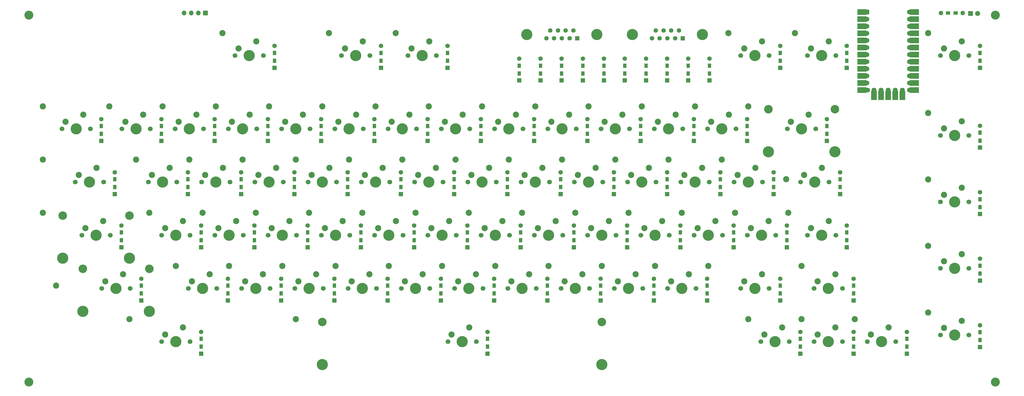
<source format=gbr>
G04 #@! TF.GenerationSoftware,KiCad,Pcbnew,6.0.9-8da3e8f707~117~ubuntu22.04.1*
G04 #@! TF.CreationDate,2022-12-17T12:05:47-05:00*
G04 #@! TF.ProjectId,atari-keyboard,61746172-692d-46b6-9579-626f6172642e,rev?*
G04 #@! TF.SameCoordinates,Original*
G04 #@! TF.FileFunction,Soldermask,Top*
G04 #@! TF.FilePolarity,Negative*
%FSLAX46Y46*%
G04 Gerber Fmt 4.6, Leading zero omitted, Abs format (unit mm)*
G04 Created by KiCad (PCBNEW 6.0.9-8da3e8f707~117~ubuntu22.04.1) date 2022-12-17 12:05:47*
%MOMM*%
%LPD*%
G01*
G04 APERTURE LIST*
%ADD10R,1.600000X1.600000*%
%ADD11R,1.200000X1.600000*%
%ADD12C,1.600000*%
%ADD13C,2.200000*%
%ADD14C,4.000000*%
%ADD15C,1.700000*%
%ADD16R,1.700000X1.700000*%
%ADD17O,1.700000X1.700000*%
%ADD18C,3.050000*%
%ADD19R,1.800000X1.800000*%
%ADD20C,1.800000*%
%ADD21C,3.200000*%
%ADD22R,1.752600X1.752600*%
%ADD23R,3.250000X2.000000*%
%ADD24C,1.752600*%
%ADD25R,2.000000X3.250000*%
%ADD26R,1.500000X1.200000*%
G04 APERTURE END LIST*
D10*
X172275000Y-272895000D03*
D11*
X172275000Y-270395000D03*
X172275000Y-267595000D03*
D12*
X172275000Y-265095000D03*
D10*
X110362500Y-215745000D03*
D11*
X110362500Y-213245000D03*
X110362500Y-210445000D03*
D12*
X110362500Y-207945000D03*
D10*
X219900000Y-253845000D03*
D11*
X219900000Y-251345000D03*
D12*
X219900000Y-246045000D03*
D11*
X219900000Y-248545000D03*
D13*
X163235000Y-241480000D03*
D14*
X327541300Y-249505000D03*
D15*
X332621300Y-249505000D03*
X322461300Y-249505000D03*
D13*
X330081300Y-244425000D03*
X323731300Y-246965000D03*
X87035000Y-241480000D03*
D11*
X281812500Y-213245000D03*
D10*
X281812500Y-215745000D03*
D11*
X281812500Y-210445000D03*
D12*
X281812500Y-207945000D03*
D11*
X105600000Y-289445000D03*
D10*
X105600000Y-291945000D03*
D11*
X105600000Y-286645000D03*
D12*
X105600000Y-284145000D03*
D15*
X335002500Y-268555000D03*
X324842500Y-268555000D03*
D14*
X329922500Y-268555000D03*
D13*
X332462500Y-263475000D03*
X326112500Y-266015000D03*
D10*
X272287500Y-234795000D03*
D11*
X272287500Y-232295000D03*
X272287500Y-229495000D03*
D12*
X272287500Y-226995000D03*
D11*
X338962500Y-270395000D03*
D10*
X338962500Y-272895000D03*
D11*
X338962500Y-267595000D03*
D12*
X338962500Y-265095000D03*
D11*
X384206300Y-263251200D03*
D10*
X384206300Y-265751200D03*
D11*
X384206300Y-260451200D03*
D12*
X384206300Y-257951200D03*
D13*
X253722500Y-222430000D03*
D15*
X120690000Y-249505000D03*
D14*
X115610000Y-249505000D03*
D15*
X110530000Y-249505000D03*
D13*
X118150000Y-244425000D03*
X111800000Y-246965000D03*
X301347500Y-203380000D03*
X277535000Y-241480000D03*
D15*
X239117500Y-230455000D03*
X249277500Y-230455000D03*
D14*
X244197500Y-230455000D03*
D13*
X246737500Y-225375000D03*
X240387500Y-227915000D03*
X268010000Y-260530000D03*
X101322500Y-222430000D03*
D10*
X224662500Y-215745000D03*
D11*
X224662500Y-213245000D03*
D12*
X224662500Y-207945000D03*
D11*
X224662500Y-210445000D03*
D13*
X365641300Y-253386200D03*
D11*
X177037500Y-232295000D03*
D10*
X177037500Y-234795000D03*
D12*
X177037500Y-226995000D03*
D11*
X177037500Y-229495000D03*
D13*
X291822500Y-222430000D03*
D16*
X107076000Y-169946000D03*
D17*
X104536000Y-169946000D03*
X101996000Y-169946000D03*
X99456000Y-169946000D03*
D11*
X243712500Y-213245000D03*
D10*
X243712500Y-215745000D03*
D12*
X243712500Y-207945000D03*
D11*
X243712500Y-210445000D03*
D15*
X148630000Y-249505000D03*
D14*
X153710000Y-249505000D03*
D15*
X158790000Y-249505000D03*
D13*
X156250000Y-244425000D03*
X149900000Y-246965000D03*
D14*
X134660000Y-249505000D03*
D15*
X139740000Y-249505000D03*
X129580000Y-249505000D03*
D13*
X137200000Y-244425000D03*
X130850000Y-246965000D03*
D15*
X186730000Y-249505000D03*
X196890000Y-249505000D03*
D14*
X191810000Y-249505000D03*
D13*
X194350000Y-244425000D03*
X188000000Y-246965000D03*
X314872500Y-229430000D03*
D10*
X384206300Y-189551200D03*
D11*
X384206300Y-187051200D03*
X384206300Y-184251200D03*
D12*
X384206300Y-181751200D03*
D13*
X315635000Y-241480000D03*
X206097500Y-203380000D03*
X365641300Y-177186200D03*
X106085000Y-241480000D03*
D10*
X234187500Y-234795000D03*
D11*
X234187500Y-232295000D03*
D12*
X234187500Y-226995000D03*
D11*
X234187500Y-229495000D03*
D15*
X380246300Y-285223700D03*
D14*
X375166300Y-285223700D03*
D15*
X370086300Y-285223700D03*
D13*
X377706300Y-280143700D03*
X371356300Y-282683700D03*
X287060000Y-260530000D03*
D15*
X158155000Y-268555000D03*
D14*
X163235000Y-268555000D03*
D15*
X168315000Y-268555000D03*
D13*
X165775000Y-263475000D03*
X159425000Y-266015000D03*
D15*
X193873800Y-287605000D03*
X204033800Y-287605000D03*
D14*
X148953800Y-295845000D03*
X198953800Y-287605000D03*
D18*
X148953800Y-280605000D03*
X248953800Y-280605000D03*
D14*
X248953800Y-295845000D03*
D13*
X201493800Y-282525000D03*
X195143800Y-285065000D03*
X210860000Y-260530000D03*
X301347500Y-279580000D03*
X115610000Y-260530000D03*
X248960000Y-260530000D03*
D11*
X300862500Y-213245000D03*
D10*
X300862500Y-215745000D03*
D11*
X300862500Y-210445000D03*
D12*
X300862500Y-207945000D03*
D11*
X384206300Y-239438700D03*
D10*
X384206300Y-241938700D03*
D11*
X384206300Y-236638700D03*
D12*
X384206300Y-234138700D03*
D11*
X138937500Y-232295000D03*
D10*
X138937500Y-234795000D03*
D11*
X138937500Y-229495000D03*
D12*
X138937500Y-226995000D03*
D14*
X259866000Y-177616300D03*
X284866000Y-177616300D03*
D10*
X277906000Y-179036300D03*
D12*
X275136000Y-179036300D03*
X272366000Y-179036300D03*
X269596000Y-179036300D03*
X266826000Y-179036300D03*
X276521000Y-176196300D03*
X273751000Y-176196300D03*
X270981000Y-176196300D03*
X268211000Y-176196300D03*
D11*
X91312500Y-213245000D03*
D10*
X91312500Y-215745000D03*
D11*
X91312500Y-210445000D03*
D12*
X91312500Y-207945000D03*
D13*
X365641300Y-205761200D03*
D11*
X207993800Y-289445000D03*
D10*
X207993800Y-291945000D03*
D12*
X207993800Y-284145000D03*
D11*
X207993800Y-286645000D03*
X312768800Y-187051200D03*
D10*
X312768800Y-189551200D03*
D11*
X312768800Y-184251200D03*
D12*
X312768800Y-181751200D03*
D10*
X148462500Y-215745000D03*
D11*
X148462500Y-213245000D03*
X148462500Y-210445000D03*
D12*
X148462500Y-207945000D03*
D13*
X91797500Y-203380000D03*
D15*
X277852500Y-211405000D03*
D14*
X272772500Y-211405000D03*
D15*
X267692500Y-211405000D03*
D13*
X275312500Y-206325000D03*
X268962500Y-208865000D03*
X258485000Y-241480000D03*
D10*
X329437500Y-215745000D03*
D11*
X329437500Y-213245000D03*
D12*
X329437500Y-207945000D03*
D11*
X329437500Y-210445000D03*
D13*
X318016300Y-177186200D03*
X339447500Y-279580000D03*
D10*
X200850000Y-253845000D03*
D11*
X200850000Y-251345000D03*
D12*
X200850000Y-246045000D03*
D11*
X200850000Y-248545000D03*
D15*
X322461300Y-185211200D03*
X332621300Y-185211200D03*
D14*
X327541300Y-185211200D03*
D13*
X330081300Y-180131200D03*
X323731300Y-182671200D03*
D11*
X296100000Y-251345000D03*
D10*
X296100000Y-253845000D03*
D11*
X296100000Y-248545000D03*
D12*
X296100000Y-246045000D03*
D15*
X253405000Y-268555000D03*
X263565000Y-268555000D03*
D14*
X258485000Y-268555000D03*
D13*
X261025000Y-263475000D03*
X254675000Y-266015000D03*
X139422500Y-222430000D03*
D11*
X100837500Y-232295000D03*
D10*
X100837500Y-234795000D03*
D11*
X100837500Y-229495000D03*
D12*
X100837500Y-226995000D03*
D14*
X167997500Y-230455000D03*
D15*
X173077500Y-230455000D03*
X162917500Y-230455000D03*
D13*
X170537500Y-225375000D03*
X164187500Y-227915000D03*
D14*
X148947500Y-230455000D03*
D15*
X154027500Y-230455000D03*
X143867500Y-230455000D03*
D13*
X151487500Y-225375000D03*
X145137500Y-227915000D03*
D10*
X242103000Y-194116000D03*
D11*
X242103000Y-191616000D03*
D12*
X242103000Y-186316000D03*
D11*
X242103000Y-188816000D03*
X196087500Y-232295000D03*
D10*
X196087500Y-234795000D03*
D12*
X196087500Y-226995000D03*
D11*
X196087500Y-229495000D03*
D10*
X181800000Y-253845000D03*
D11*
X181800000Y-251345000D03*
D12*
X181800000Y-246045000D03*
D11*
X181800000Y-248545000D03*
D13*
X244197500Y-203380000D03*
D15*
X134342500Y-211405000D03*
D14*
X139422500Y-211405000D03*
D15*
X144502500Y-211405000D03*
D13*
X141962500Y-206325000D03*
X135612500Y-208865000D03*
D11*
X134175000Y-270395000D03*
D10*
X134175000Y-272895000D03*
D12*
X134175000Y-265095000D03*
D11*
X134175000Y-267595000D03*
D15*
X277217500Y-230455000D03*
D14*
X282297500Y-230455000D03*
D15*
X287377500Y-230455000D03*
D13*
X284837500Y-225375000D03*
X278487500Y-227915000D03*
D14*
X158472500Y-211405000D03*
D15*
X153392500Y-211405000D03*
X163552500Y-211405000D03*
D13*
X161012500Y-206325000D03*
X154662500Y-208865000D03*
D14*
X129897500Y-230455000D03*
D15*
X124817500Y-230455000D03*
X134977500Y-230455000D03*
D13*
X132437500Y-225375000D03*
X126087500Y-227915000D03*
X120372500Y-222430000D03*
D10*
X287432000Y-194116000D03*
D11*
X287432000Y-191616000D03*
X287432000Y-188816000D03*
D12*
X287432000Y-186316000D03*
D10*
X277050000Y-253845000D03*
D11*
X277050000Y-251345000D03*
X277050000Y-248545000D03*
D12*
X277050000Y-246045000D03*
D11*
X105600000Y-251345000D03*
D10*
X105600000Y-253845000D03*
D12*
X105600000Y-246045000D03*
D11*
X105600000Y-248545000D03*
D13*
X72747500Y-203380000D03*
D15*
X70683800Y-230455000D03*
D14*
X65603800Y-230455000D03*
D15*
X60523800Y-230455000D03*
D13*
X68143800Y-225375000D03*
X61793800Y-227915000D03*
D15*
X224830000Y-249505000D03*
D14*
X229910000Y-249505000D03*
D15*
X234990000Y-249505000D03*
D13*
X232450000Y-244425000D03*
X226100000Y-246965000D03*
D14*
X215622500Y-211405000D03*
D15*
X210542500Y-211405000D03*
X220702500Y-211405000D03*
D13*
X218162500Y-206325000D03*
X211812500Y-208865000D03*
D11*
X315150000Y-251345000D03*
D10*
X315150000Y-253845000D03*
D12*
X315150000Y-246045000D03*
D11*
X315150000Y-248545000D03*
D15*
X96242500Y-211405000D03*
X106402500Y-211405000D03*
D14*
X101322500Y-211405000D03*
D13*
X103862500Y-206325000D03*
X97512500Y-208865000D03*
X110847500Y-203380000D03*
D15*
X380246300Y-185211200D03*
X370086300Y-185211200D03*
D14*
X375166300Y-185211200D03*
D13*
X377706300Y-180131200D03*
X371356300Y-182671200D03*
D15*
X225465000Y-268555000D03*
D14*
X220385000Y-268555000D03*
D15*
X215305000Y-268555000D03*
D13*
X222925000Y-263475000D03*
X216575000Y-266015000D03*
D15*
X370086300Y-237598700D03*
X380246300Y-237598700D03*
D14*
X375166300Y-237598700D03*
D13*
X377706300Y-232518700D03*
X371356300Y-235058700D03*
X365641300Y-229573700D03*
X82272500Y-222430000D03*
D14*
X120372500Y-211405000D03*
D15*
X125452500Y-211405000D03*
X115292500Y-211405000D03*
D13*
X122912500Y-206325000D03*
X116562500Y-208865000D03*
D14*
X234672500Y-211405000D03*
D15*
X229592500Y-211405000D03*
X239752500Y-211405000D03*
D13*
X237212500Y-206325000D03*
X230862500Y-208865000D03*
D11*
X229425000Y-270395000D03*
D10*
X229425000Y-272895000D03*
D11*
X229425000Y-267595000D03*
D12*
X229425000Y-265095000D03*
D14*
X375166300Y-261411200D03*
D15*
X370086300Y-261411200D03*
X380246300Y-261411200D03*
D13*
X377706300Y-256331200D03*
X371356300Y-258871200D03*
D19*
X380841000Y-170086000D03*
D20*
X383381000Y-170086000D03*
D13*
X167997500Y-203380000D03*
X282297500Y-203380000D03*
D15*
X286742500Y-211405000D03*
X296902500Y-211405000D03*
D14*
X291822500Y-211405000D03*
D13*
X294362500Y-206325000D03*
X288012500Y-208865000D03*
D10*
X334200000Y-234795000D03*
D11*
X334200000Y-232295000D03*
X334200000Y-229495000D03*
D12*
X334200000Y-226995000D03*
D10*
X219396000Y-194116000D03*
D11*
X219396000Y-191616000D03*
D12*
X219396000Y-186316000D03*
D11*
X219396000Y-188816000D03*
X384206300Y-215626200D03*
D10*
X384206300Y-218126200D03*
D11*
X384206300Y-212826200D03*
D12*
X384206300Y-210326200D03*
D10*
X74643800Y-234795000D03*
D11*
X74643800Y-232295000D03*
D12*
X74643800Y-226995000D03*
D11*
X74643800Y-229495000D03*
D14*
X172760000Y-249505000D03*
D15*
X167680000Y-249505000D03*
X177840000Y-249505000D03*
D13*
X175300000Y-244425000D03*
X168950000Y-246965000D03*
X187047500Y-203380000D03*
D21*
X43935000Y-170686200D03*
D13*
X320397500Y-279580000D03*
D10*
X205612500Y-215745000D03*
D11*
X205612500Y-213245000D03*
D12*
X205612500Y-207945000D03*
D11*
X205612500Y-210445000D03*
D14*
X301347500Y-230455000D03*
D15*
X306427500Y-230455000D03*
X296267500Y-230455000D03*
D13*
X303887500Y-225375000D03*
X297537500Y-227915000D03*
X79891300Y-279580000D03*
D14*
X247106000Y-177616300D03*
X222106000Y-177616300D03*
D10*
X240146000Y-179036300D03*
D12*
X237376000Y-179036300D03*
X234606000Y-179036300D03*
X231836000Y-179036300D03*
X229066000Y-179036300D03*
X238761000Y-176196300D03*
X235991000Y-176196300D03*
X233221000Y-176196300D03*
X230451000Y-176196300D03*
D14*
X287060000Y-249505000D03*
D15*
X292140000Y-249505000D03*
X281980000Y-249505000D03*
D13*
X289600000Y-244425000D03*
X283250000Y-246965000D03*
D11*
X249672000Y-191616000D03*
D10*
X249672000Y-194116000D03*
D12*
X249672000Y-186316000D03*
D11*
X249672000Y-188816000D03*
X193706300Y-187051200D03*
D10*
X193706300Y-189551200D03*
D12*
X193706300Y-181751200D03*
D11*
X193706300Y-184251200D03*
D15*
X77192500Y-211405000D03*
X87352500Y-211405000D03*
D14*
X82272500Y-211405000D03*
D13*
X84812500Y-206325000D03*
X78462500Y-208865000D03*
D15*
X220067500Y-230455000D03*
D14*
X225147500Y-230455000D03*
D15*
X230227500Y-230455000D03*
D13*
X227687500Y-225375000D03*
X221337500Y-227915000D03*
D14*
X184666300Y-185211200D03*
D15*
X189746300Y-185211200D03*
X179586300Y-185211200D03*
D13*
X187206300Y-180131200D03*
X180856300Y-182671200D03*
X96560000Y-260530000D03*
D15*
X182602500Y-211405000D03*
D14*
X177522500Y-211405000D03*
D15*
X172442500Y-211405000D03*
D13*
X180062500Y-206325000D03*
X173712500Y-208865000D03*
X215622500Y-222430000D03*
X153710000Y-260530000D03*
D15*
X315317500Y-211405000D03*
X325477500Y-211405000D03*
D14*
X332297500Y-219645000D03*
X308497500Y-219645000D03*
D18*
X308497500Y-204405000D03*
X332297500Y-204405000D03*
D14*
X320397500Y-211405000D03*
D13*
X322937500Y-206325000D03*
X316587500Y-208865000D03*
D15*
X149265000Y-268555000D03*
D14*
X144185000Y-268555000D03*
D15*
X139105000Y-268555000D03*
D13*
X146725000Y-263475000D03*
X140375000Y-266015000D03*
D22*
X343786000Y-169636000D03*
D23*
X342008000Y-169636000D03*
D24*
X343786000Y-172176000D03*
D23*
X342008000Y-172176000D03*
D24*
X343786000Y-174716000D03*
D23*
X342008000Y-174716000D03*
X342008000Y-177256000D03*
D24*
X343786000Y-177256000D03*
X343786000Y-179796000D03*
D23*
X342008000Y-179796000D03*
D24*
X343786000Y-182336000D03*
D23*
X342008000Y-182336000D03*
X342008000Y-184876000D03*
D24*
X343786000Y-184876000D03*
D23*
X342008000Y-187416000D03*
D24*
X343786000Y-187416000D03*
X343786000Y-189956000D03*
D23*
X342008000Y-189956000D03*
D24*
X343786000Y-192496000D03*
D23*
X342008000Y-192496000D03*
X342008000Y-195036000D03*
D24*
X343786000Y-195036000D03*
X344014600Y-197576000D03*
D23*
X342008000Y-197576000D03*
D24*
X359026000Y-197576000D03*
D23*
X360804000Y-197576000D03*
D24*
X359026000Y-195036000D03*
D23*
X360804000Y-195036000D03*
X360804000Y-192496000D03*
D24*
X359026000Y-192496000D03*
X359026000Y-189956000D03*
D23*
X360804000Y-189956000D03*
X360804000Y-187416000D03*
D24*
X359026000Y-187416000D03*
X359026000Y-184876000D03*
D23*
X360804000Y-184876000D03*
X360804000Y-182336000D03*
D24*
X359026000Y-182336000D03*
X359026000Y-179796000D03*
D23*
X360804000Y-179796000D03*
D24*
X359026000Y-177256000D03*
D23*
X360804000Y-177256000D03*
D24*
X359026000Y-174716000D03*
D23*
X360804000Y-174716000D03*
D24*
X359026000Y-172176000D03*
D23*
X360804000Y-172176000D03*
D24*
X359026000Y-169636000D03*
D23*
X360804000Y-169636000D03*
D24*
X346326000Y-197576000D03*
D25*
X346326000Y-199481000D03*
X348866000Y-199481000D03*
D24*
X348866000Y-197576000D03*
X351406000Y-197576000D03*
D25*
X351406000Y-199481000D03*
D24*
X353946000Y-197576000D03*
D25*
X353946000Y-199481000D03*
X356486000Y-199481000D03*
D24*
X356486000Y-197576000D03*
D13*
X48935000Y-241480000D03*
D10*
X272294000Y-194116000D03*
D11*
X272294000Y-191616000D03*
D12*
X272294000Y-186316000D03*
D11*
X272294000Y-188816000D03*
D15*
X272455000Y-268555000D03*
D14*
X277535000Y-268555000D03*
D15*
X282615000Y-268555000D03*
D13*
X280075000Y-263475000D03*
X273725000Y-266015000D03*
D10*
X279863000Y-194116000D03*
D11*
X279863000Y-191616000D03*
D12*
X279863000Y-186316000D03*
D11*
X279863000Y-188816000D03*
D14*
X239435000Y-268555000D03*
D15*
X244515000Y-268555000D03*
X234355000Y-268555000D03*
D13*
X241975000Y-263475000D03*
X235625000Y-266015000D03*
D14*
X91797500Y-230455000D03*
D15*
X96877500Y-230455000D03*
X86717500Y-230455000D03*
D13*
X94337500Y-225375000D03*
X87987500Y-227915000D03*
X220385000Y-241480000D03*
D15*
X127833800Y-185211200D03*
D14*
X122753800Y-185211200D03*
D15*
X117673800Y-185211200D03*
D13*
X125293800Y-180131200D03*
X118943800Y-182671200D03*
D11*
X115125000Y-270395000D03*
D10*
X115125000Y-272895000D03*
D11*
X115125000Y-267595000D03*
D12*
X115125000Y-265095000D03*
D15*
X165933800Y-185211200D03*
D14*
X160853800Y-185211200D03*
D15*
X155773800Y-185211200D03*
D13*
X163393800Y-180131200D03*
X157043800Y-182671200D03*
D11*
X129412500Y-213245000D03*
D10*
X129412500Y-215745000D03*
D12*
X129412500Y-207945000D03*
D11*
X129412500Y-210445000D03*
X248475000Y-270395000D03*
D10*
X248475000Y-272895000D03*
D12*
X248475000Y-265095000D03*
D11*
X248475000Y-267595000D03*
X162750000Y-251345000D03*
D10*
X162750000Y-253845000D03*
D12*
X162750000Y-246045000D03*
D11*
X162750000Y-248545000D03*
D14*
X306110000Y-249505000D03*
D15*
X301030000Y-249505000D03*
X311190000Y-249505000D03*
D13*
X308650000Y-244425000D03*
X302300000Y-246965000D03*
D14*
X375166300Y-213786200D03*
D15*
X380246300Y-213786200D03*
X370086300Y-213786200D03*
D13*
X377706300Y-208706200D03*
X371356300Y-211246200D03*
D15*
X187365000Y-268555000D03*
D14*
X182285000Y-268555000D03*
D15*
X177205000Y-268555000D03*
D13*
X184825000Y-263475000D03*
X178475000Y-266015000D03*
X177522500Y-222430000D03*
D10*
X286575000Y-272895000D03*
D11*
X286575000Y-270395000D03*
X286575000Y-267595000D03*
D12*
X286575000Y-265095000D03*
D13*
X320397500Y-260530000D03*
D11*
X234534000Y-191616000D03*
D10*
X234534000Y-194116000D03*
D12*
X234534000Y-186316000D03*
D11*
X234534000Y-188816000D03*
D15*
X258802500Y-211405000D03*
D14*
X253722500Y-211405000D03*
D15*
X248642500Y-211405000D03*
D13*
X256262500Y-206325000D03*
X249912500Y-208865000D03*
D21*
X43935000Y-302130000D03*
D11*
X258000000Y-251345000D03*
D10*
X258000000Y-253845000D03*
D12*
X258000000Y-246045000D03*
D11*
X258000000Y-248545000D03*
D15*
X262930000Y-249505000D03*
D14*
X268010000Y-249505000D03*
D15*
X273090000Y-249505000D03*
D13*
X270550000Y-244425000D03*
X264200000Y-246965000D03*
X263247500Y-203380000D03*
D10*
X319912500Y-291945000D03*
D11*
X319912500Y-289445000D03*
D12*
X319912500Y-284145000D03*
D11*
X319912500Y-286645000D03*
D13*
X125135000Y-241480000D03*
D15*
X192127500Y-230455000D03*
X181967500Y-230455000D03*
D14*
X187047500Y-230455000D03*
D13*
X189587500Y-225375000D03*
X183237500Y-227915000D03*
D21*
X389691300Y-302130000D03*
X389691300Y-170686200D03*
D14*
X67985000Y-249505000D03*
D15*
X73065000Y-249505000D03*
D18*
X79885000Y-242505000D03*
D14*
X79885000Y-257745000D03*
D15*
X62905000Y-249505000D03*
D18*
X56085000Y-242505000D03*
D14*
X56085000Y-257745000D03*
D13*
X70525000Y-244425000D03*
X64175000Y-246965000D03*
D10*
X191325000Y-272895000D03*
D11*
X191325000Y-270395000D03*
X191325000Y-267595000D03*
D12*
X191325000Y-265095000D03*
D13*
X144185000Y-241480000D03*
X151328800Y-177186200D03*
D11*
X210375000Y-270395000D03*
D10*
X210375000Y-272895000D03*
D12*
X210375000Y-265095000D03*
D11*
X210375000Y-267595000D03*
D15*
X205780000Y-249505000D03*
D14*
X210860000Y-249505000D03*
D15*
X215940000Y-249505000D03*
D13*
X213400000Y-244425000D03*
X207050000Y-246965000D03*
D11*
X169893800Y-187051200D03*
D10*
X169893800Y-189551200D03*
D11*
X169893800Y-184251200D03*
D12*
X169893800Y-181751200D03*
D13*
X129897500Y-203380000D03*
D15*
X101005000Y-268555000D03*
D14*
X106085000Y-268555000D03*
D15*
X111165000Y-268555000D03*
D13*
X108625000Y-263475000D03*
X102275000Y-266015000D03*
X158472500Y-222430000D03*
D14*
X96560000Y-287605000D03*
D15*
X101640000Y-287605000D03*
X91480000Y-287605000D03*
D13*
X99100000Y-282525000D03*
X92750000Y-285065000D03*
D11*
X186562500Y-213245000D03*
D10*
X186562500Y-215745000D03*
D12*
X186562500Y-207945000D03*
D11*
X186562500Y-210445000D03*
D14*
X329922500Y-287605000D03*
D15*
X335002500Y-287605000D03*
X324842500Y-287605000D03*
D13*
X332462500Y-282525000D03*
X326112500Y-285065000D03*
D10*
X77025000Y-253845000D03*
D11*
X77025000Y-251345000D03*
D12*
X77025000Y-246045000D03*
D11*
X77025000Y-248545000D03*
X336581300Y-251345000D03*
D10*
X336581300Y-253845000D03*
D12*
X336581300Y-246045000D03*
D11*
X336581300Y-248545000D03*
X226965000Y-191616000D03*
D10*
X226965000Y-194116000D03*
D11*
X226965000Y-188816000D03*
D12*
X226965000Y-186316000D03*
D11*
X238950000Y-251345000D03*
D10*
X238950000Y-253845000D03*
D11*
X238950000Y-248545000D03*
D12*
X238950000Y-246045000D03*
D13*
X172760000Y-260530000D03*
D11*
X312768800Y-270395000D03*
D10*
X312768800Y-272895000D03*
D11*
X312768800Y-267595000D03*
D12*
X312768800Y-265095000D03*
D10*
X267525000Y-272895000D03*
D11*
X267525000Y-270395000D03*
X267525000Y-267595000D03*
D12*
X267525000Y-265095000D03*
D13*
X148947500Y-203380000D03*
D12*
X378016000Y-169946000D03*
D26*
X375466000Y-169946000D03*
X372766000Y-169946000D03*
D12*
X370216000Y-169946000D03*
D15*
X354052500Y-287605000D03*
X343892500Y-287605000D03*
D14*
X348972500Y-287605000D03*
D13*
X351512500Y-282525000D03*
X345162500Y-285065000D03*
X48935000Y-203380000D03*
D14*
X263247500Y-230455000D03*
D15*
X268327500Y-230455000D03*
X258167500Y-230455000D03*
D13*
X265787500Y-225375000D03*
X259437500Y-227915000D03*
D14*
X310872500Y-287605000D03*
D15*
X305792500Y-287605000D03*
X315952500Y-287605000D03*
D13*
X313412500Y-282525000D03*
X307062500Y-285065000D03*
X239435000Y-241480000D03*
D11*
X124650000Y-251345000D03*
D10*
X124650000Y-253845000D03*
D12*
X124650000Y-246045000D03*
D11*
X124650000Y-248545000D03*
D10*
X358012500Y-291945000D03*
D11*
X358012500Y-289445000D03*
D12*
X358012500Y-284145000D03*
D11*
X358012500Y-286645000D03*
D15*
X196255000Y-268555000D03*
X206415000Y-268555000D03*
D14*
X201335000Y-268555000D03*
D13*
X203875000Y-263475000D03*
X197525000Y-266015000D03*
D11*
X310387500Y-232295000D03*
D10*
X310387500Y-234795000D03*
D12*
X310387500Y-226995000D03*
D11*
X310387500Y-229495000D03*
D15*
X320080000Y-230455000D03*
X330240000Y-230455000D03*
D14*
X325160000Y-230455000D03*
D13*
X327700000Y-225375000D03*
X321350000Y-227915000D03*
D15*
X243880000Y-249505000D03*
D14*
X248960000Y-249505000D03*
D15*
X254040000Y-249505000D03*
D13*
X251500000Y-244425000D03*
X245150000Y-246965000D03*
D15*
X55761300Y-211405000D03*
X65921300Y-211405000D03*
D14*
X60841300Y-211405000D03*
D13*
X63381300Y-206325000D03*
X57031300Y-208865000D03*
D14*
X110847500Y-230455000D03*
D15*
X105767500Y-230455000D03*
X115927500Y-230455000D03*
D13*
X113387500Y-225375000D03*
X107037500Y-227915000D03*
D10*
X119887500Y-234795000D03*
D11*
X119887500Y-232295000D03*
X119887500Y-229495000D03*
D12*
X119887500Y-226995000D03*
D13*
X294203800Y-177186200D03*
D14*
X196572500Y-211405000D03*
D15*
X201652500Y-211405000D03*
X191492500Y-211405000D03*
D13*
X199112500Y-206325000D03*
X192762500Y-208865000D03*
X229910000Y-260530000D03*
D10*
X253237500Y-234795000D03*
D11*
X253237500Y-232295000D03*
X253237500Y-229495000D03*
D12*
X253237500Y-226995000D03*
D10*
X257156000Y-194116000D03*
D11*
X257156000Y-191616000D03*
X257156000Y-188816000D03*
D12*
X257156000Y-186316000D03*
D15*
X101640000Y-249505000D03*
X91480000Y-249505000D03*
D14*
X96560000Y-249505000D03*
D13*
X99100000Y-244425000D03*
X92750000Y-246965000D03*
D15*
X130215000Y-268555000D03*
D14*
X125135000Y-268555000D03*
D15*
X120055000Y-268555000D03*
D13*
X127675000Y-263475000D03*
X121325000Y-266015000D03*
X191810000Y-260530000D03*
D10*
X262762500Y-215745000D03*
D11*
X262762500Y-213245000D03*
D12*
X262762500Y-207945000D03*
D11*
X262762500Y-210445000D03*
D15*
X201017500Y-230455000D03*
D14*
X206097500Y-230455000D03*
D15*
X211177500Y-230455000D03*
D13*
X208637500Y-225375000D03*
X202287500Y-227915000D03*
D14*
X303728800Y-185211200D03*
D15*
X308808800Y-185211200D03*
X298648800Y-185211200D03*
D13*
X306268800Y-180131200D03*
X299918800Y-182671200D03*
X365641300Y-277198700D03*
D11*
X84168800Y-270395000D03*
D10*
X84168800Y-272895000D03*
D11*
X84168800Y-267595000D03*
D12*
X84168800Y-265095000D03*
D13*
X272772500Y-222430000D03*
D10*
X336581300Y-189551200D03*
D11*
X336581300Y-187051200D03*
D12*
X336581300Y-181751200D03*
D11*
X336581300Y-184251200D03*
D13*
X53697500Y-267530000D03*
D11*
X157987500Y-232295000D03*
D10*
X157987500Y-234795000D03*
D11*
X157987500Y-229495000D03*
D12*
X157987500Y-226995000D03*
D13*
X201335000Y-241480000D03*
D10*
X384206300Y-289563700D03*
D11*
X384206300Y-287063700D03*
D12*
X384206300Y-281763700D03*
D11*
X384206300Y-284263700D03*
D13*
X139422500Y-279580000D03*
X48935000Y-222430000D03*
D10*
X143700000Y-253845000D03*
D11*
X143700000Y-251345000D03*
D12*
X143700000Y-246045000D03*
D11*
X143700000Y-248545000D03*
D10*
X69881300Y-215745000D03*
D11*
X69881300Y-213245000D03*
D12*
X69881300Y-207945000D03*
D11*
X69881300Y-210445000D03*
X215137500Y-232295000D03*
D10*
X215137500Y-234795000D03*
D12*
X215137500Y-226995000D03*
D11*
X215137500Y-229495000D03*
D10*
X131793800Y-189551200D03*
D11*
X131793800Y-187051200D03*
D12*
X131793800Y-181751200D03*
D11*
X131793800Y-184251200D03*
D13*
X182285000Y-241480000D03*
X134660000Y-260530000D03*
D10*
X264725000Y-194116000D03*
D11*
X264725000Y-191616000D03*
X264725000Y-188816000D03*
D12*
X264725000Y-186316000D03*
D11*
X291337500Y-232295000D03*
D10*
X291337500Y-234795000D03*
D11*
X291337500Y-229495000D03*
D12*
X291337500Y-226995000D03*
D13*
X296585000Y-241480000D03*
D10*
X338962500Y-291945000D03*
D11*
X338962500Y-289445000D03*
D12*
X338962500Y-284145000D03*
D11*
X338962500Y-286645000D03*
D13*
X234672500Y-222430000D03*
D15*
X308808800Y-268555000D03*
D14*
X303728800Y-268555000D03*
D15*
X298648800Y-268555000D03*
D13*
X306268800Y-263475000D03*
X299918800Y-266015000D03*
X225147500Y-203380000D03*
X196572500Y-222430000D03*
D10*
X167512500Y-215745000D03*
D11*
X167512500Y-213245000D03*
X167512500Y-210445000D03*
D12*
X167512500Y-207945000D03*
D18*
X63228800Y-261555000D03*
D15*
X80208800Y-268555000D03*
X70048800Y-268555000D03*
D14*
X63228800Y-276795000D03*
X87028800Y-276795000D03*
X75128800Y-268555000D03*
D18*
X87028800Y-261555000D03*
D13*
X77668800Y-263475000D03*
X71318800Y-266015000D03*
X175141300Y-177186200D03*
D10*
X153225000Y-272895000D03*
D11*
X153225000Y-270395000D03*
X153225000Y-267595000D03*
D12*
X153225000Y-265095000D03*
D13*
X113228800Y-177186200D03*
M02*

</source>
